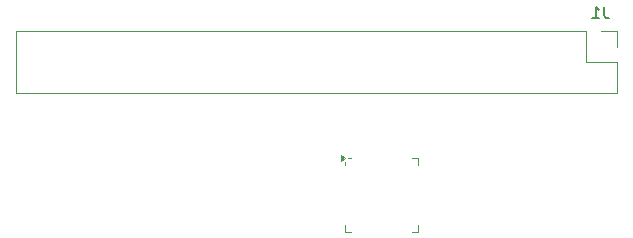
<source format=gbo>
G04 #@! TF.GenerationSoftware,KiCad,Pcbnew,9.0.3*
G04 #@! TF.CreationDate,2025-08-28T23:08:17-05:00*
G04 #@! TF.ProjectId,PiPhoneV0,50695068-6f6e-4655-9630-2e6b69636164,rev?*
G04 #@! TF.SameCoordinates,Original*
G04 #@! TF.FileFunction,Legend,Bot*
G04 #@! TF.FilePolarity,Positive*
%FSLAX46Y46*%
G04 Gerber Fmt 4.6, Leading zero omitted, Abs format (unit mm)*
G04 Created by KiCad (PCBNEW 9.0.3) date 2025-08-28 23:08:17*
%MOMM*%
%LPD*%
G01*
G04 APERTURE LIST*
%ADD10C,0.150000*%
%ADD11C,0.120000*%
G04 APERTURE END LIST*
D10*
X156833333Y-91954819D02*
X156833333Y-92669104D01*
X156833333Y-92669104D02*
X156880952Y-92811961D01*
X156880952Y-92811961D02*
X156976190Y-92907200D01*
X156976190Y-92907200D02*
X157119047Y-92954819D01*
X157119047Y-92954819D02*
X157214285Y-92954819D01*
X155833333Y-92954819D02*
X156404761Y-92954819D01*
X156119047Y-92954819D02*
X156119047Y-91954819D01*
X156119047Y-91954819D02*
X156214285Y-92097676D01*
X156214285Y-92097676D02*
X156309523Y-92192914D01*
X156309523Y-92192914D02*
X156404761Y-92240533D01*
D11*
X107024807Y-99236838D02*
X107024807Y-94036838D01*
X155344807Y-94036838D02*
X107024807Y-94036838D01*
X155344807Y-96636838D02*
X155344807Y-94036838D01*
X157944807Y-94036838D02*
X156614807Y-94036838D01*
X157944807Y-95366838D02*
X157944807Y-94036838D01*
X157944807Y-96636838D02*
X155344807Y-96636838D01*
X157944807Y-99236838D02*
X107024807Y-99236838D01*
X157944807Y-99236838D02*
X157944807Y-96636838D01*
X134890000Y-105340000D02*
X134890000Y-105090000D01*
X134890000Y-110460000D02*
X134890000Y-111010000D01*
X134890000Y-111010000D02*
X135440000Y-111010000D01*
X135440000Y-104790000D02*
X135130000Y-104790000D01*
X141110000Y-104790000D02*
X140560000Y-104790000D01*
X141110000Y-105340000D02*
X141110000Y-104790000D01*
X141110000Y-110460000D02*
X141110000Y-111010000D01*
X141110000Y-111010000D02*
X140560000Y-111010000D01*
X134890000Y-104790000D02*
X134560000Y-105030000D01*
X134560000Y-104550000D01*
X134890000Y-104790000D01*
G36*
X134890000Y-104790000D02*
G01*
X134560000Y-105030000D01*
X134560000Y-104550000D01*
X134890000Y-104790000D01*
G37*
M02*

</source>
